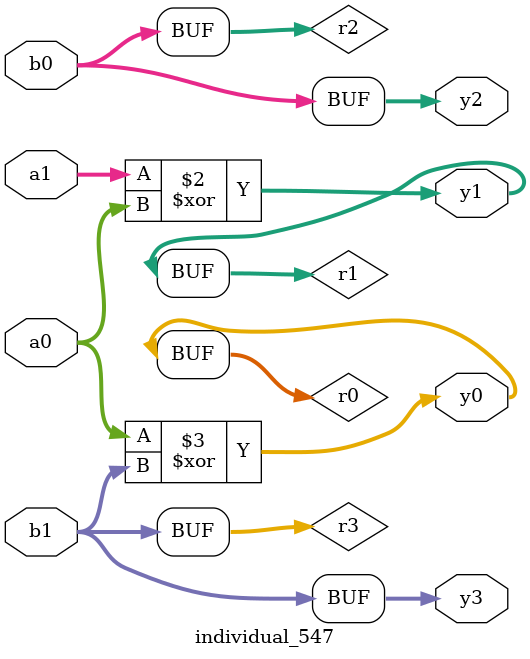
<source format=sv>
module individual_547(input logic [15:0] a1, input logic [15:0] a0, input logic [15:0] b1, input logic [15:0] b0, output logic [15:0] y3, output logic [15:0] y2, output logic [15:0] y1, output logic [15:0] y0);
logic [15:0] r0, r1, r2, r3; 
 always@(*) begin 
	 r0 = a0; r1 = a1; r2 = b0; r3 = b1; 
 	 r1  ^=  r0 ;
 	 r0  ^=  b1 ;
 	 y3 = r3; y2 = r2; y1 = r1; y0 = r0; 
end
endmodule
</source>
